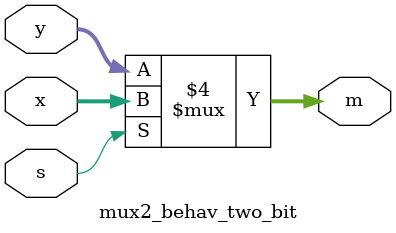
<source format=v>
`timescale 1ns / 1ps


module mux2_behav_two_bit(
    input [1:0] x,
    input [1:0] y,
    input s,
    output reg [1:0]  m
    );
    
    always @ (x or y or s) 
    begin       
        if(s==0)              
            m[1:0]=y[1:0];       
        else              
         m[1:0]=x[1:0]; 
    end 
endmodule

</source>
